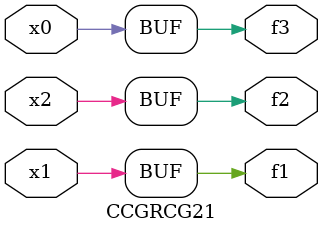
<source format=v>
module CCGRCG21(
	input x0, x1, x2,
	output f1, f2, f3
);
	assign f1 = x1;
	assign f2 = x2;
	assign f3 = x0;
endmodule

</source>
